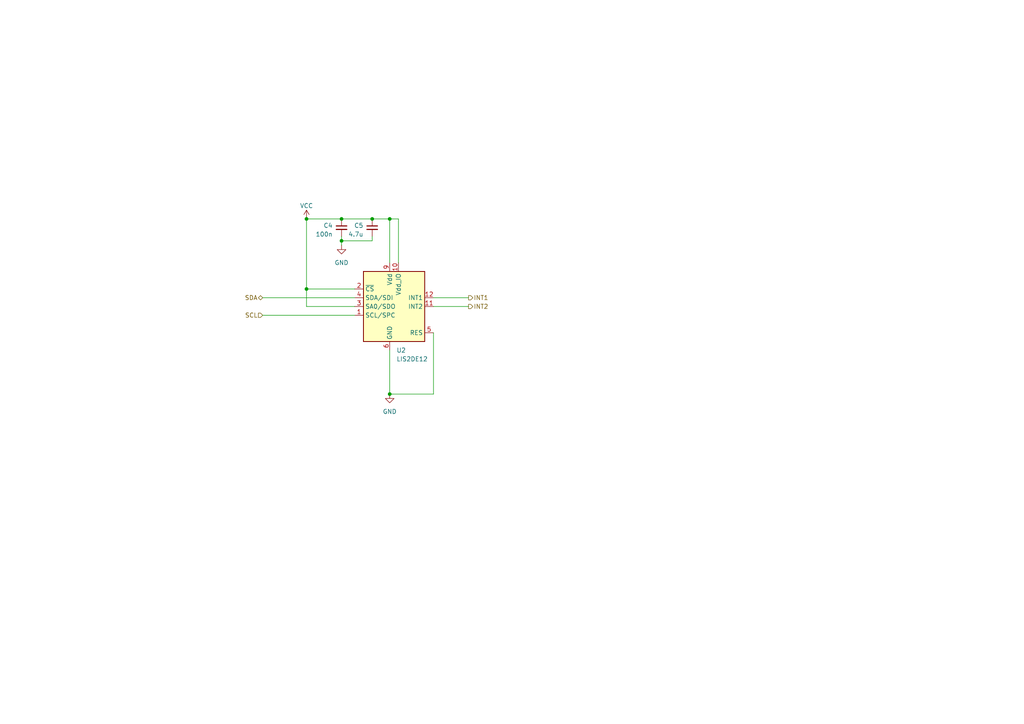
<source format=kicad_sch>
(kicad_sch (version 20230121) (generator eeschema)
  (paper "A4")
  (lib_symbols
    (symbol "Device:C_Small" (pin_numbers hide) (pin_names (offset 0.254) hide)
      (property "Reference" "C" (at 0.254 1.778 0))
      (property "Value" "C_Small" (at 0.254 -2.032 0))
      (symbol "C_Small_0_1"
        (polyline (pts (xy -1.524 -0.508) (xy 1.524 -0.508)) (stroke (width 0.3302)))
        (polyline (pts (xy -1.524 0.508) (xy 1.524 0.508)) (stroke (width 0.3048)))
      )
      (symbol "C_Small_1_1"
        (pin passive line (at 0 2.54 270) (length 2.032) (name "~") (number "1"))
        (pin passive line (at 0 -2.54 90) (length 2.032) (name "~") (number "2"))
      )
    )
    (symbol "Sensor_Motion:LIS2DE12"
      (property "Reference" "U" (at -5.08 11.43 0))
      (property "Value" "LIS2DE12" (at 3.81 11.43 0))
      (symbol "LIS2DE12_0_1"
        (rectangle (start -7.62 10.16) (end 10.16 -10.16) (stroke (width 0.254)) (fill (type background)))
      )
      (symbol "LIS2DE12_1_1"
        (pin input line (at -10.16 -2.54 0) (length 2.54) (name "SCL/SPC") (number "1"))
        (pin power_in line (at 2.54 12.7 270) (length 2.54) (name "Vdd_IO") (number "10"))
        (pin output line (at 12.7 0 180) (length 2.54) (name "INT2") (number "11"))
        (pin output line (at 12.7 2.54 180) (length 2.54) (name "INT1") (number "12"))
        (pin input line (at -10.16 5.08 0) (length 2.54) (name "~{CS}") (number "2"))
        (pin bidirectional line (at -10.16 0 0) (length 2.54) (name "SA0/SDO") (number "3"))
        (pin bidirectional line (at -10.16 2.54 0) (length 2.54) (name "SDA/SDI") (number "4"))
        (pin passive line (at 12.7 -7.62 180) (length 2.54) (name "RES") (number "5"))
        (pin power_in line (at 0 -12.7 90) (length 2.54) (name "GND") (number "6"))
        (pin passive line (at 0 -12.7 90) (length 2.54) hide (name "GND") (number "7"))
        (pin passive line (at 0 -12.7 90) (length 2.54) hide (name "GND") (number "8"))
        (pin power_in line (at 0 12.7 270) (length 2.54) (name "Vdd") (number "9"))
      )
    )
    (symbol "power:GND" (power) (pin_names (offset 0))
      (property "Value" "GND" (at 0 -3.81 0))
      (symbol "GND_0_1"
        (polyline (pts (xy 0 0) (xy 0 -1.27) (xy 1.27 -1.27) (xy 0 -2.54) (xy -1.27 -1.27) (xy 0 -1.27)))
      )
      (symbol "GND_1_1"
        (pin power_in line (at 0 0 270) (length 0) hide (name "GND") (number "1"))
      )
    )
    (symbol "power:VCC" (power) (pin_names (offset 0))
      (property "Value" "VCC" (at 0 3.81 0))
      (symbol "VCC_0_1"
        (polyline (pts (xy -0.762 1.27) (xy 0 2.54)))
        (polyline (pts (xy 0 0) (xy 0 2.54)))
        (polyline (pts (xy 0 2.54) (xy 0.762 1.27)))
      )
      (symbol "VCC_1_1"
        (pin power_in line (at 0 0 90) (length 0) hide (name "VCC") (number "1"))
      )
    )
  )
  (junction (at 113.03 114.3))
  (junction (at 99.06 63.5))
  (junction (at 99.06 69.85))
  (junction (at 88.9 83.82))
  (junction (at 88.9 63.5))
  (junction (at 107.95 63.5))
  (junction (at 113.03 63.5))
  (wire (pts (xy 99.06 69.85) (xy 107.95 69.85)))
  (wire (pts (xy 99.06 69.85) (xy 99.06 68.58)))
  (wire (pts (xy 113.03 114.3) (xy 113.03 101.6)))
  (wire (pts (xy 76.2 91.44) (xy 102.87 91.44)))
  (wire (pts (xy 88.9 63.5) (xy 88.9 83.82)))
  (wire (pts (xy 102.87 88.9) (xy 88.9 88.9)))
  (wire (pts (xy 99.06 63.5) (xy 107.95 63.5)))
  (wire (pts (xy 125.73 88.9) (xy 135.89 88.9)))
  (wire (pts (xy 99.06 69.85) (xy 99.06 71.12)))
  (wire (pts (xy 115.57 76.2) (xy 115.57 63.5)))
  (wire (pts (xy 88.9 63.5) (xy 99.06 63.5)))
  (wire (pts (xy 113.03 63.5) (xy 113.03 76.2)))
  (wire (pts (xy 88.9 83.82) (xy 102.87 83.82)))
  (wire (pts (xy 125.73 86.36) (xy 135.89 86.36)))
  (wire (pts (xy 113.03 114.3) (xy 125.73 114.3)))
  (wire (pts (xy 107.95 63.5) (xy 113.03 63.5)))
  (wire (pts (xy 88.9 88.9) (xy 88.9 83.82)))
  (wire (pts (xy 115.57 63.5) (xy 113.03 63.5)))
  (wire (pts (xy 125.73 96.52) (xy 125.73 114.3)))
  (wire (pts (xy 76.2 86.36) (xy 102.87 86.36)))
  (wire (pts (xy 107.95 69.85) (xy 107.95 68.58)))
  (hierarchical_label "SCL" (shape input) (at 76.2 91.44 180))
  (hierarchical_label "INT2" (shape output) (at 135.89 88.9 0))
  (hierarchical_label "SDA" (shape bidirectional) (at 76.2 86.36 180))
  (hierarchical_label "INT1" (shape output) (at 135.89 86.36 0))
  (symbol (lib_id "Sensor_Motion:LIS2DE12") (at 113.03 88.9 0) (unit 1)
    (property "Reference" "U2" (at 114.9859 101.6 0) (effects (justify left)))
    (property "Value" "LIS2DE12" (at 114.9859 104.14 0) (effects (justify left)))
    (property "Footprint" "Package_LGA:LGA-12_2x2mm_P0.5mm" (effects hide))
    (property "Datasheet" "https://www.st.com/resource/en/datasheet/lis2DE12.pdf" (effects hide))
    (instances (project "ControllerBoard" (path "" (reference "U2") (unit 1))) (project "WordClock" (path "" (reference "U3") (unit 1)) (path "" (reference "U3") (unit 1))))
  )
  (symbol (lib_id "Device:C_Small") (at 107.95 66.04 0) (unit 1)
    (property "Reference" "C5" (at 105.41 65.4113 0) (effects (justify right)))
    (property "Value" "4.7u" (at 105.41 67.9513 0) (effects (justify right)))
    (property "Footprint" "Capacitor_SMD:C_0603_1608Metric" (effects hide))
    (instances (project "ControllerBoard" (path "" (reference "C5") (unit 1))) (project "WordClock" (path "" (reference "C17") (unit 1))))
  )
  (symbol (lib_id "power:GND") (at 113.03 114.3 0) (unit 1)
    (property "Reference" "#PWR011" (effects hide))
    (property "Value" "GND" (at 113.03 119.38 0))
    (instances (project "ControllerBoard" (path "" (reference "#PWR011") (unit 1))) (project "WordClock" (path "" (reference "#PWR024") (unit 1))))
  )
  (symbol (lib_id "power:GND") (at 99.06 71.12 0) (unit 1)
    (property "Reference" "#PWR010" (effects hide))
    (property "Value" "GND" (at 99.06 76.2 0))
    (instances (project "ControllerBoard" (path "" (reference "#PWR010") (unit 1))) (project "WordClock" (path "" (reference "#PWR023") (unit 1))))
  )
  (symbol (lib_id "Device:C_Small") (at 99.06 66.04 0) (unit 1)
    (property "Reference" "C4" (at 96.52 65.4113 0) (effects (justify right)))
    (property "Value" "100n" (at 96.52 67.9513 0) (effects (justify right)))
    (property "Footprint" "Capacitor_SMD:C_0402_1005Metric" (effects hide))
    (instances (project "ControllerBoard" (path "" (reference "C4") (unit 1))) (project "WordClock" (path "" (reference "C16") (unit 1))))
  )
  (symbol (lib_id "power:VCC") (at 88.9 63.5 0) (unit 1)
    (property "Reference" "#PWR09" (effects hide))
    (property "Value" "VCC" (at 88.9 59.69 0))
    (instances (project "ControllerBoard" (path "" (reference "#PWR09") (unit 1))) (project "WordClock" (path "" (reference "#PWR022") (unit 1))))
  )
)
</source>
